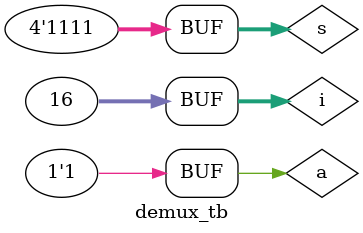
<source format=v>
module demux_1x4(input a,input [1:0]s,output reg [3:0]y);
  integer i;
  always @(*)
     begin 
       y=4'b0000;
       i={s[1],s[0]};
        y[i]=a;
       end 
endmodule 


//instantiate
 
module demux_1x16(input a,input [3:0]s,output reg[15:0]y );
  wire [3:0]t ;

  demux_1x4 d1(a,s[3:2],t[3:0]);
  demux_1x4 d2(t[0],s[1:0],y[3:0]);
  demux_1x4 d3(t[1],s[1:0],y[7:4]);
  demux_1x4 d4(t[2],s[1:0],y[11:8]);
  demux_1x4 d5(t[3],s[1:0],y[15:12]);
endmodule 

//test bench file 
module demux_tb;
    reg a;
  reg  [3:0]s;
  wire [15:0] y;

  demux_1x16 uut(a,s,y);

    integer i;
    initial begin
        a = 1'b1;
        $monitor("time=%0t a=%b s=%b y=%b", $time, a, s, y);

      for (i = 0; i < 16; i = i + 1) begin
            s = i;
            #3;
        end
    end
endmodule

</source>
